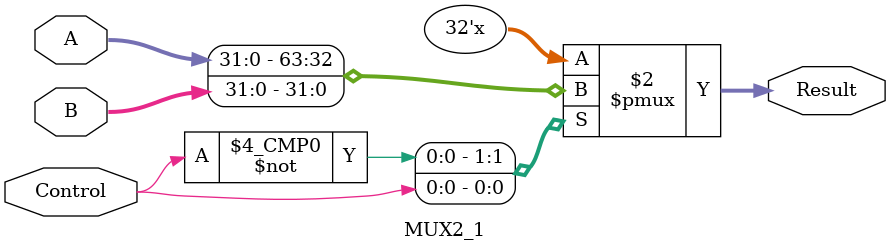
<source format=sv>
`timescale 1ns / 1ps

module MUX2_1 #(
    parameter WIDTH = 32
)
(
    input  logic [WIDTH - 1:0] A          ,
    input  logic [WIDTH - 1:0] B          ,
    input  logic Control    ,
    output logic [WIDTH - 1:0] Result
);
    // 2-1 mux
    always_comb begin
        case (Control)
            1'b0: Result = A;
            1'b1: Result = B;
            default: Result = 0;
        endcase
    end
endmodule
</source>
